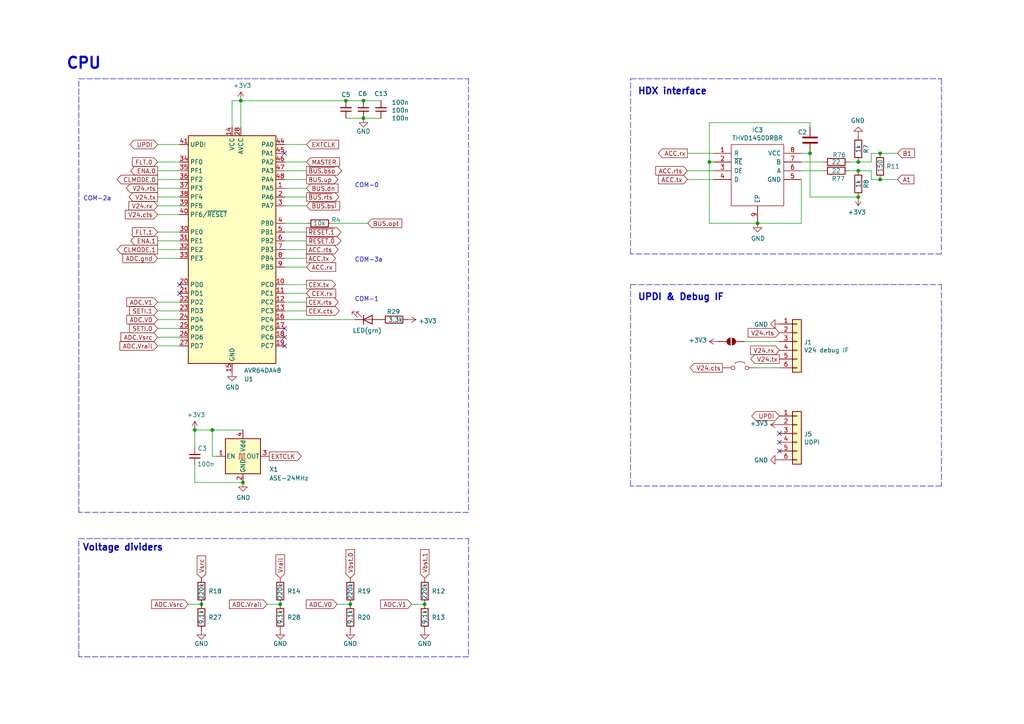
<source format=kicad_sch>
(kicad_sch (version 20250114) (generator "eeschema") (generator_version "9.0")
  (paper "A4")
  (title_block (title "RTB C11 Module") (date "2023-10-22") (rev "4") (company "Frank Schumacher") (comment 1 "Powerboard"))
  (lib_symbols
    (symbol "Connector_Generic:Conn_01x06" (pin_names (offset 1.016) (hide yes))
      (property "Reference" "J" (at 0 7.62 0))
      (property "Value" "Conn_01x06" (at 0 -10.16 0))
      (symbol "Conn_01x06_1_1"
        (rectangle (start -1.27 6.35) (end 1.27 -8.89) (stroke (width 0.254)) (fill (type background)))
        (rectangle (start -1.27 5.207) (end 0 4.953) (stroke (width 0.1524)))
        (rectangle (start -1.27 2.667) (end 0 2.413) (stroke (width 0.1524)))
        (rectangle (start -1.27 0.127) (end 0 -0.127) (stroke (width 0.1524)))
        (rectangle (start -1.27 -2.413) (end 0 -2.667) (stroke (width 0.1524)))
        (rectangle (start -1.27 -4.953) (end 0 -5.207) (stroke (width 0.1524)))
        (rectangle (start -1.27 -7.493) (end 0 -7.747) (stroke (width 0.1524)))
        (pin passive line (at -5.08 5.08 0) (length 3.81) (name "Pin_1") (number "1"))
        (pin passive line (at -5.08 2.54 0) (length 3.81) (name "Pin_2") (number "2"))
        (pin passive line (at -5.08 0 0) (length 3.81) (name "Pin_3") (number "3"))
        (pin passive line (at -5.08 -2.54 0) (length 3.81) (name "Pin_4") (number "4"))
        (pin passive line (at -5.08 -5.08 0) (length 3.81) (name "Pin_5") (number "5"))
        (pin passive line (at -5.08 -7.62 0) (length 3.81) (name "Pin_6") (number "6"))
      )
    )
    (symbol "Device:C" (pin_numbers (hide yes)) (pin_names (offset 0.254))
      (property "Reference" "C" (at 0.635 2.54 0))
      (property "Value" "C" (at 0.635 -2.54 0))
      (symbol "C_0_1"
        (polyline (pts (xy -2.032 0.762) (xy 2.032 0.762)) (stroke (width 0.508)))
        (polyline (pts (xy -2.032 -0.762) (xy 2.032 -0.762)) (stroke (width 0.508)))
      )
      (symbol "C_1_1"
        (pin passive line (at 0 3.81 270) (length 2.794) (name "~") (number "1"))
        (pin passive line (at 0 -3.81 90) (length 2.794) (name "~") (number "2"))
      )
    )
    (symbol "Device:C_Small" (pin_numbers (hide yes)) (pin_names (offset 0.254) (hide yes))
      (property "Reference" "C" (at 0.254 1.778 0))
      (property "Value" "C_Small" (at 0.254 -2.032 0))
      (symbol "C_Small_0_1"
        (polyline (pts (xy -1.524 0.508) (xy 1.524 0.508)) (stroke (width 0.3048)))
        (polyline (pts (xy -1.524 -0.508) (xy 1.524 -0.508)) (stroke (width 0.3302)))
      )
      (symbol "C_Small_1_1"
        (pin passive line (at 0 2.54 270) (length 2.032) (name "~") (number "1"))
        (pin passive line (at 0 -2.54 90) (length 2.032) (name "~") (number "2"))
      )
    )
    (symbol "Device:LED" (pin_numbers (hide yes)) (pin_names (offset 1.016) (hide yes))
      (property "Reference" "D" (at 0 2.54 0))
      (property "Value" "LED" (at 0 -2.54 0))
      (symbol "LED_0_1"
        (polyline (pts (xy -3.048 -0.762) (xy -4.572 -2.286) (xy -3.81 -2.286) (xy -4.572 -2.286) (xy -4.572 -1.524)))
        (polyline (pts (xy -1.778 -0.762) (xy -3.302 -2.286) (xy -2.54 -2.286) (xy -3.302 -2.286) (xy -3.302 -1.524)))
        (polyline (pts (xy -1.27 0) (xy 1.27 0)))
        (polyline (pts (xy -1.27 -1.27) (xy -1.27 1.27)) (stroke (width 0.254)))
        (polyline (pts (xy 1.27 -1.27) (xy 1.27 1.27) (xy -1.27 0) (xy 1.27 -1.27)) (stroke (width 0.254)))
      )
      (symbol "LED_1_1"
        (pin passive line (at -3.81 0 0) (length 2.54) (name "K") (number "1"))
        (pin passive line (at 3.81 0 180) (length 2.54) (name "A") (number "2"))
      )
    )
    (symbol "Device:R" (pin_numbers (hide yes)) (pin_names (offset 0))
      (property "Reference" "R" (at 2.032 0 90))
      (property "Value" "R" (at 0 0 90))
      (symbol "R_0_1"
        (rectangle (start -1.016 -2.54) (end 1.016 2.54) (stroke (width 0.254)))
      )
      (symbol "R_1_1"
        (pin passive line (at 0 3.81 270) (length 1.27) (name "~") (number "1"))
        (pin passive line (at 0 -3.81 90) (length 1.27) (name "~") (number "2"))
      )
    )
    (symbol "Jumper:Jumper_2_Open" (pin_numbers (hide yes)) (pin_names (offset 0) (hide yes))
      (property "Reference" "JP" (at 0 2.794 0))
      (property "Value" "Jumper_2_Open" (at 0 -2.286 0))
      (symbol "Jumper_2_Open_0_0"
        (circle (center -2.032 0) (radius 0.508))
        (circle (center 2.032 0) (radius 0.508))
      )
      (symbol "Jumper_2_Open_0_1"
        (arc (start -1.524 1.27) (mid 0 1.778) (end 1.524 1.27))
      )
      (symbol "Jumper_2_Open_1_1"
        (pin passive line (at -5.08 0 0) (length 2.54) (name "A") (number "1"))
        (pin passive line (at 5.08 0 180) (length 2.54) (name "B") (number "2"))
      )
    )
    (symbol "Jumper:SolderJumper_2_Open" (pin_numbers (hide yes)) (pin_names (offset 0) (hide yes)) (in_bom no)
      (property "Reference" "JP" (at 0 2.032 0))
      (property "Value" "SolderJumper_2_Open" (at 0 -2.54 0))
      (symbol "SolderJumper_2_Open_0_1"
        (polyline (pts (xy -0.254 1.016) (xy -0.254 -1.016)))
        (arc (start -0.254 -1.016) (mid -1.2656 0) (end -0.254 1.016))
        (arc (start -0.254 -1.016) (mid -1.2656 0) (end -0.254 1.016) (fill (type outline)))
        (arc (start 0.254 1.016) (mid 1.2656 0) (end 0.254 -1.016))
        (arc (start 0.254 1.016) (mid 1.2656 0) (end 0.254 -1.016) (fill (type outline)))
        (polyline (pts (xy 0.254 1.016) (xy 0.254 -1.016)))
      )
      (symbol "SolderJumper_2_Open_1_1"
        (pin passive line (at -3.81 0 0) (length 2.54) (name "A") (number "1"))
        (pin passive line (at 3.81 0 180) (length 2.54) (name "B") (number "2"))
      )
    )
    (symbol "MCU_Microchip_ATmega:ATmega4809-A"
      (property "Reference" "U" (at -12.7 34.29 0))
      (property "Value" "ATmega4809-A" (at 2.54 -34.29 0))
      (symbol "ATmega4809-A_0_1"
        (rectangle (start -12.7 -33.02) (end 12.7 33.02) (stroke (width 0.254)) (fill (type background)))
      )
      (symbol "ATmega4809-A_1_1"
        (pin bidirectional line (at -15.24 30.48 0) (length 2.54) (name "UPDI") (number "41"))
        (pin bidirectional line (at -15.24 25.4 0) (length 2.54) (name "PF0") (number "34"))
        (pin bidirectional line (at -15.24 22.86 0) (length 2.54) (name "PF1") (number "35"))
        (pin bidirectional line (at -15.24 20.32 0) (length 2.54) (name "PF2") (number "36"))
        (pin bidirectional line (at -15.24 17.78 0) (length 2.54) (name "PF3") (number "37"))
        (pin bidirectional line (at -15.24 15.24 0) (length 2.54) (name "PF4") (number "38"))
        (pin bidirectional line (at -15.24 12.7 0) (length 2.54) (name "PF5") (number "39"))
        (pin bidirectional line (at -15.24 10.16 0) (length 2.54) (name "PF6/~{RESET}") (number "40"))
        (pin bidirectional line (at -15.24 5.08 0) (length 2.54) (name "PE0") (number "30"))
        (pin bidirectional line (at -15.24 2.54 0) (length 2.54) (name "PE1") (number "31"))
        (pin bidirectional line (at -15.24 0 0) (length 2.54) (name "PE2") (number "32"))
        (pin bidirectional line (at -15.24 -2.54 0) (length 2.54) (name "PE3") (number "33"))
        (pin bidirectional line (at -15.24 -10.16 0) (length 2.54) (name "PD0") (number "20"))
        (pin bidirectional line (at -15.24 -12.7 0) (length 2.54) (name "PD1") (number "21"))
        (pin bidirectional line (at -15.24 -15.24 0) (length 2.54) (name "PD2") (number "22"))
        (pin bidirectional line (at -15.24 -17.78 0) (length 2.54) (name "PD3") (number "23"))
        (pin bidirectional line (at -15.24 -20.32 0) (length 2.54) (name "PD4") (number "24"))
        (pin bidirectional line (at -15.24 -22.86 0) (length 2.54) (name "PD5") (number "25"))
        (pin bidirectional line (at -15.24 -25.4 0) (length 2.54) (name "PD6") (number "26"))
        (pin bidirectional line (at -15.24 -27.94 0) (length 2.54) (name "PD7") (number "27"))
        (pin power_in line (at 0 35.56 270) (length 2.54) (name "VCC") (number "14"))
        (pin passive line (at 0 35.56 270) (length 2.54) (hide yes) (name "VCC") (number "42"))
        (pin power_in line (at 0 -35.56 90) (length 2.54) (name "GND") (number "15"))
        (pin passive line (at 0 -35.56 90) (length 2.54) (hide yes) (name "GND") (number "29"))
        (pin passive line (at 0 -35.56 90) (length 2.54) (hide yes) (name "GND") (number "43"))
        (pin power_in line (at 2.54 35.56 270) (length 2.54) (name "AVCC") (number "28"))
        (pin bidirectional line (at 15.24 30.48 180) (length 2.54) (name "PA0") (number "44"))
        (pin bidirectional line (at 15.24 27.94 180) (length 2.54) (name "PA1") (number "45"))
        (pin bidirectional line (at 15.24 25.4 180) (length 2.54) (name "PA2") (number "46"))
        (pin bidirectional line (at 15.24 22.86 180) (length 2.54) (name "PA3") (number "47"))
        (pin bidirectional line (at 15.24 20.32 180) (length 2.54) (name "PA4") (number "48"))
        (pin bidirectional line (at 15.24 17.78 180) (length 2.54) (name "PA5") (number "1"))
        (pin bidirectional line (at 15.24 15.24 180) (length 2.54) (name "PA6") (number "2"))
        (pin bidirectional line (at 15.24 12.7 180) (length 2.54) (name "PA7") (number "3"))
        (pin bidirectional line (at 15.24 7.62 180) (length 2.54) (name "PB0") (number "4"))
        (pin bidirectional line (at 15.24 5.08 180) (length 2.54) (name "PB1") (number "5"))
        (pin bidirectional line (at 15.24 2.54 180) (length 2.54) (name "PB2") (number "6"))
        (pin bidirectional line (at 15.24 0 180) (length 2.54) (name "PB3") (number "7"))
        (pin bidirectional line (at 15.24 -2.54 180) (length 2.54) (name "PB4") (number "8"))
        (pin bidirectional line (at 15.24 -5.08 180) (length 2.54) (name "PB5") (number "9"))
        (pin bidirectional line (at 15.24 -10.16 180) (length 2.54) (name "PC0") (number "10"))
        (pin bidirectional line (at 15.24 -12.7 180) (length 2.54) (name "PC1") (number "11"))
        (pin bidirectional line (at 15.24 -15.24 180) (length 2.54) (name "PC2") (number "12"))
        (pin bidirectional line (at 15.24 -17.78 180) (length 2.54) (name "PC3") (number "13"))
        (pin bidirectional line (at 15.24 -20.32 180) (length 2.54) (name "PC4") (number "16"))
        (pin bidirectional line (at 15.24 -22.86 180) (length 2.54) (name "PC5") (number "17"))
        (pin bidirectional line (at 15.24 -25.4 180) (length 2.54) (name "PC6") (number "18"))
        (pin bidirectional line (at 15.24 -27.94 180) (length 2.54) (name "PC7") (number "19"))
      )
    )
    (symbol "Oscillator:ASE-xxxMHz" (pin_names (offset 0.254))
      (property "Reference" "Y" (at -5.08 6.35 0))
      (property "Value" "ASE-xxxMHz" (at 1.27 -6.35 0))
      (symbol "ASE-xxxMHz_0_1"
        (rectangle (start -5.08 5.08) (end 5.08 -5.08) (stroke (width 0.254)) (fill (type background)))
        (polyline (pts (xy -1.27 -0.762) (xy -1.016 -0.762) (xy -1.016 0.762) (xy -0.508 0.762) (xy -0.508 -0.762) (xy 0 -0.762) (xy 0 0.762) (xy 0.508 0.762) (xy 0.508 -0.762) (xy 0.762 -0.762)))
      )
      (symbol "ASE-xxxMHz_1_1"
        (pin input line (at -7.62 0 0) (length 2.54) (name "EN") (number "1"))
        (pin power_in line (at 0 7.62 270) (length 2.54) (name "Vdd") (number "4"))
        (pin power_in line (at 0 -7.62 90) (length 2.54) (name "GND") (number "2"))
        (pin output line (at 7.62 0 180) (length 2.54) (name "OUT") (number "3"))
      )
    )
    (symbol "RTB:THVD1450DRBR" (pin_names (offset 0.762))
      (property "Reference" "IC" (at 21.59 7.62 0))
      (property "Value" "THVD1450DRBR" (at 21.59 5.08 0))
      (symbol "THVD1450DRBR_0_0"
        (pin passive line (at 0 0 0) (length 5.08) (name "R") (number "1"))
        (pin passive line (at 0 -2.54 0) (length 5.08) (name "~{RE}") (number "2"))
        (pin passive line (at 0 -5.08 0) (length 5.08) (name "DE") (number "3"))
        (pin passive line (at 0 -7.62 0) (length 5.08) (name "D") (number "4"))
        (pin passive line (at 12.7 -20.32 90) (length 5.08) (name "EP") (number "9"))
        (pin passive line (at 25.4 0 180) (length 5.08) (name "VCC") (number "8"))
        (pin passive line (at 25.4 -2.54 180) (length 5.08) (name "B") (number "7"))
        (pin passive line (at 25.4 -5.08 180) (length 5.08) (name "A") (number "6"))
        (pin passive line (at 25.4 -7.62 180) (length 5.08) (name "GND") (number "5"))
      )
      (symbol "THVD1450DRBR_0_1"
        (polyline (pts (xy 5.08 2.54) (xy 20.32 2.54) (xy 20.32 -15.24) (xy 5.08 -15.24) (xy 5.08 2.54)) (stroke (width 0.1524)))
      )
    )
    (symbol "power:+3V3" (power) (pin_numbers (hide yes)) (pin_names (offset 0) (hide yes))
      (property "Value" "+3V3" (at 0 3.556 0))
      (symbol "+3V3_0_1"
        (polyline (pts (xy -0.762 1.27) (xy 0 2.54)))
        (polyline (pts (xy 0 2.54) (xy 0.762 1.27)))
        (polyline (pts (xy 0 0) (xy 0 2.54)))
      )
      (symbol "+3V3_1_1"
        (pin power_in line (at 0 0 90) (length 0) (name "~") (number "1"))
      )
    )
    (symbol "power:GND" (power) (pin_numbers (hide yes)) (pin_names (offset 0) (hide yes))
      (property "Value" "GND" (at 0 -3.81 0))
      (symbol "GND_0_1"
        (polyline (pts (xy 0 0) (xy 0 -1.27) (xy 1.27 -1.27) (xy 0 -2.54) (xy -1.27 -1.27) (xy 0 -1.27)))
      )
      (symbol "GND_1_1"
        (pin power_in line (at 0 0 270) (length 0) (name "~") (number "1"))
      )
    )
  )
  (text "UPDI & Debug IF" (at 184.912 87.376 0) (effects (font (size 1.905 1.905) (thickness 0.381) (bold yes)) (justify left bottom)))
  (text "Voltage dividers" (at 23.876 160.02 0) (effects (font (size 1.905 1.905) (thickness 0.381) (bold yes)) (justify left bottom)))
  (text "COM-2a" (at 24.13 58.42 0) (effects (font (size 1.27 1.27)) (justify left bottom)))
  (text "COM-1" (at 102.87 87.63 0) (effects (font (size 1.27 1.27)) (justify left bottom)))
  (text "HDX interface" (at 184.912 27.686 0) (effects (font (size 1.905 1.905) (thickness 0.381) (bold yes)) (justify left bottom)))
  (text "CPU" (at 19.05 20.32 0) (effects (font (size 3.175 3.175) (thickness 0.635) (bold yes)) (justify left bottom)))
  (text "COM-0" (at 102.87 54.61 0) (effects (font (size 1.27 1.27)) (justify left bottom)))
  (text "COM-3a" (at 102.87 76.2 0) (effects (font (size 1.27 1.27)) (justify left bottom)))
  (junction (at 248.92 46.99))
  (junction (at 248.92 49.53))
  (junction (at 105.41 29.21))
  (junction (at 61.5696 124.714))
  (junction (at 255.27 52.07))
  (junction (at 205.74 46.99))
  (junction (at 105.41 34.29))
  (junction (at 56.4896 124.714))
  (junction (at 248.92 57.15))
  (junction (at 255.27 44.45))
  (junction (at 219.71 64.77))
  (junction (at 81.28 175.26))
  (junction (at 69.85 29.21))
  (junction (at 123.19 175.26))
  (junction (at 58.42 175.26))
  (junction (at 101.6 175.26))
  (junction (at 70.4596 139.954))
  (junction (at 100.33 29.21))
  (junction (at 234.95 44.45))
  (no_connect (at 82.55 95.25))
  (no_connect (at 226.06 128.27))
  (no_connect (at 226.06 125.73))
  (no_connect (at 82.55 44.45))
  (no_connect (at 52.07 85.09))
  (no_connect (at 82.55 100.33))
  (no_connect (at 52.07 82.55))
  (no_connect (at 82.55 97.79))
  (no_connect (at 226.06 130.81))
  (wire (pts (xy 82.55 67.31) (xy 88.9 67.31)))
  (polyline (pts (xy 273.05 82.55) (xy 273.05 140.97)) (stroke (width 0) (type dash)))
  (wire (pts (xy 82.55 57.15) (xy 88.9 57.15)))
  (wire (pts (xy 67.31 29.21) (xy 67.31 36.83)))
  (wire (pts (xy 69.85 29.21) (xy 100.33 29.21)))
  (wire (pts (xy 45.72 49.53) (xy 52.07 49.53)))
  (wire (pts (xy 82.55 82.55) (xy 88.9 82.55)))
  (wire (pts (xy 199.39 52.07) (xy 207.01 52.07)))
  (wire (pts (xy 56.4896 134.874) (xy 56.4896 139.954)))
  (wire (pts (xy 234.95 35.56) (xy 234.95 36.83)))
  (wire (pts (xy 52.07 97.79) (xy 45.72 97.79)))
  (wire (pts (xy 252.73 46.99) (xy 252.73 44.45)))
  (wire (pts (xy 205.74 35.56) (xy 234.95 35.56)))
  (polyline (pts (xy 182.88 22.86) (xy 273.05 22.86)) (stroke (width 0) (type dash)))
  (wire (pts (xy 207.01 46.99) (xy 205.74 46.99)))
  (polyline (pts (xy 273.05 73.66) (xy 182.88 73.66)) (stroke (width 0) (type dash)))
  (polyline (pts (xy 22.86 156.21) (xy 135.89 156.21)) (stroke (width 0) (type dash)))
  (wire (pts (xy 82.55 72.39) (xy 88.9 72.39)))
  (wire (pts (xy 199.39 49.53) (xy 207.01 49.53)))
  (wire (pts (xy 252.73 49.53) (xy 252.73 52.07)))
  (wire (pts (xy 255.27 44.45) (xy 260.35 44.45)))
  (wire (pts (xy 52.07 92.71) (xy 45.72 92.71)))
  (wire (pts (xy 252.73 52.07) (xy 255.27 52.07)))
  (wire (pts (xy 62.8396 132.334) (xy 61.5696 132.334)))
  (wire (pts (xy 88.9 46.99) (xy 82.55 46.99)))
  (polyline (pts (xy 22.86 22.86) (xy 135.89 22.86)) (stroke (width 0) (type dash)))
  (wire (pts (xy 105.41 34.29) (xy 110.49 34.29)))
  (wire (pts (xy 61.5696 124.714) (xy 70.4596 124.714)))
  (wire (pts (xy 255.27 52.07) (xy 260.35 52.07)))
  (wire (pts (xy 106.68 64.77) (xy 96.52 64.77)))
  (wire (pts (xy 82.55 87.63) (xy 88.9 87.63)))
  (wire (pts (xy 232.41 49.53) (xy 238.76 49.53)))
  (polyline (pts (xy 135.89 156.21) (xy 135.89 190.5)) (stroke (width 0) (type dash)))
  (wire (pts (xy 82.55 90.17) (xy 88.9 90.17)))
  (wire (pts (xy 82.55 54.61) (xy 88.9 54.61)))
  (wire (pts (xy 67.31 29.21) (xy 69.85 29.21)))
  (wire (pts (xy 52.07 95.25) (xy 45.72 95.25)))
  (wire (pts (xy 61.5696 132.334) (xy 61.5696 124.714)))
  (wire (pts (xy 82.55 92.71) (xy 102.87 92.71)))
  (polyline (pts (xy 182.88 73.66) (xy 182.88 22.86)) (stroke (width 0) (type dash)))
  (wire (pts (xy 252.73 44.45) (xy 255.27 44.45)))
  (wire (pts (xy 219.71 64.77) (xy 232.41 64.77)))
  (wire (pts (xy 52.07 67.31) (xy 45.72 67.31)))
  (wire (pts (xy 58.42 175.26) (xy 54.61 175.26)))
  (wire (pts (xy 82.55 69.85) (xy 88.9 69.85)))
  (wire (pts (xy 100.33 34.29) (xy 105.41 34.29)))
  (wire (pts (xy 82.55 59.69) (xy 88.9 59.69)))
  (polyline (pts (xy 182.88 140.97) (xy 182.88 82.55)) (stroke (width 0) (type dash)))
  (wire (pts (xy 56.4896 129.794) (xy 56.4896 124.714)))
  (wire (pts (xy 52.07 72.39) (xy 45.72 72.39)))
  (wire (pts (xy 88.9 49.53) (xy 82.55 49.53)))
  (wire (pts (xy 52.07 90.17) (xy 45.72 90.17)))
  (wire (pts (xy 232.41 44.45) (xy 234.95 44.45)))
  (polyline (pts (xy 135.89 190.5) (xy 22.86 190.5)) (stroke (width 0) (type dash)))
  (wire (pts (xy 234.95 44.45) (xy 234.95 57.15)))
  (wire (pts (xy 52.07 57.15) (xy 45.72 57.15)))
  (wire (pts (xy 246.38 46.99) (xy 248.92 46.99)))
  (wire (pts (xy 52.07 41.91) (xy 45.72 41.91)))
  (wire (pts (xy 234.95 57.15) (xy 248.92 57.15)))
  (wire (pts (xy 232.41 64.77) (xy 232.41 52.07)))
  (wire (pts (xy 101.6 175.26) (xy 97.79 175.26)))
  (wire (pts (xy 205.74 64.77) (xy 219.71 64.77)))
  (wire (pts (xy 82.55 74.93) (xy 88.9 74.93)))
  (wire (pts (xy 52.07 69.85) (xy 45.72 69.85)))
  (polyline (pts (xy 135.89 148.59) (xy 22.86 148.59)) (stroke (width 0) (type dash)))
  (polyline (pts (xy 22.86 148.59) (xy 22.86 22.86)) (stroke (width 0) (type dash)))
  (wire (pts (xy 56.4896 139.954) (xy 70.4596 139.954)))
  (wire (pts (xy 52.07 54.61) (xy 45.72 54.61)))
  (wire (pts (xy 81.28 175.26) (xy 77.47 175.26)))
  (wire (pts (xy 45.72 74.93) (xy 52.07 74.93)))
  (wire (pts (xy 52.07 87.63) (xy 45.72 87.63)))
  (wire (pts (xy 56.4896 124.714) (xy 61.5696 124.714)))
  (wire (pts (xy 82.55 41.91) (xy 88.9 41.91)))
  (wire (pts (xy 82.55 77.47) (xy 88.9 77.47)))
  (wire (pts (xy 52.07 100.33) (xy 45.72 100.33)))
  (wire (pts (xy 82.55 85.09) (xy 88.9 85.09)))
  (wire (pts (xy 205.74 46.99) (xy 205.74 64.77)))
  (wire (pts (xy 82.55 64.77) (xy 88.9 64.77)))
  (wire (pts (xy 52.07 62.23) (xy 45.72 62.23)))
  (wire (pts (xy 100.33 29.21) (xy 105.41 29.21)))
  (wire (pts (xy 226.06 99.06) (xy 215.9 99.06)))
  (wire (pts (xy 248.92 49.53) (xy 252.73 49.53)))
  (wire (pts (xy 248.92 46.99) (xy 252.73 46.99)))
  (wire (pts (xy 69.85 29.21) (xy 69.85 36.83)))
  (wire (pts (xy 52.07 59.69) (xy 45.72 59.69)))
  (wire (pts (xy 82.55 52.07) (xy 88.9 52.07)))
  (wire (pts (xy 199.39 44.45) (xy 207.01 44.45)))
  (wire (pts (xy 205.74 35.56) (xy 205.74 46.99)))
  (wire (pts (xy 105.41 29.21) (xy 110.49 29.21)))
  (polyline (pts (xy 135.89 22.86) (xy 135.89 148.59)) (stroke (width 0) (type dash)))
  (polyline (pts (xy 22.86 190.5) (xy 22.86 156.21)) (stroke (width 0) (type dash)))
  (wire (pts (xy 45.72 52.07) (xy 52.07 52.07)))
  (polyline (pts (xy 182.88 82.55) (xy 273.05 82.55)) (stroke (width 0) (type dash)))
  (polyline (pts (xy 273.05 22.86) (xy 273.05 73.66)) (stroke (width 0) (type dash)))
  (polyline (pts (xy 273.05 140.97) (xy 182.88 140.97)) (stroke (width 0) (type dash)))
  (wire (pts (xy 232.41 46.99) (xy 238.76 46.99)))
  (wire (pts (xy 246.38 49.53) (xy 248.92 49.53)))
  (wire (pts (xy 123.19 175.26) (xy 119.38 175.26)))
  (wire (pts (xy 219.71 106.68) (xy 226.06 106.68)))
  (wire (pts (xy 45.72 46.99) (xy 52.07 46.99)))
  (global_label "V24.cts" (shape output) (at 209.55 106.68 180) (property "Intersheetrefs" "${INTERSHEET_REFS}" (effects (hide yes))))
  (global_label "ACC.rts" (shape output) (at 88.9 72.39 0) (property "Intersheetrefs" "${INTERSHEET_REFS}" (effects (hide yes))))
  (global_label "ADC.Vrail" (shape input) (at 45.72 100.33 180) (property "Intersheetrefs" "${INTERSHEET_REFS}" (effects (hide yes))))
  (global_label "V24.cts" (shape input) (at 45.72 62.23 180) (property "Intersheetrefs" "${INTERSHEET_REFS}" (effects (hide yes))))
  (global_label "ADC.V1" (shape input) (at 119.38 175.26 180) (property "Intersheetrefs" "${INTERSHEET_REFS}" (effects (hide yes))))
  (global_label "V24.tx" (shape output) (at 45.72 57.15 180) (property "Intersheetrefs" "${INTERSHEET_REFS}" (effects (hide yes))))
  (global_label "ADC.V0" (shape input) (at 97.79 175.26 180) (property "Intersheetrefs" "${INTERSHEET_REFS}" (effects (hide yes))))
  (global_label "V24.rx" (shape input) (at 226.06 101.6 180) (property "Intersheetrefs" "${INTERSHEET_REFS}" (effects (hide yes))))
  (global_label "ACC.rts" (shape input) (at 199.39 49.53 180) (property "Intersheetrefs" "${INTERSHEET_REFS}" (effects (hide yes))))
  (global_label "ACC.rx" (shape input) (at 88.9 77.47 0) (property "Intersheetrefs" "${INTERSHEET_REFS}" (effects (hide yes))))
  (global_label "ADC.Vrail" (shape input) (at 77.47 175.26 180) (property "Intersheetrefs" "${INTERSHEET_REFS}" (effects (hide yes))))
  (global_label "ACC.tx" (shape input) (at 199.39 52.07 180) (property "Intersheetrefs" "${INTERSHEET_REFS}" (effects (hide yes))))
  (global_label "V24.rx" (shape input) (at 45.72 59.69 180) (property "Intersheetrefs" "${INTERSHEET_REFS}" (effects (hide yes))))
  (global_label "EXTCLK" (shape output) (at 78.0796 132.334 0) (property "Intersheetrefs" "${INTERSHEET_REFS}" (effects (hide yes))))
  (global_label "V24.rts" (shape output) (at 45.72 54.61 180) (property "Intersheetrefs" "${INTERSHEET_REFS}" (effects (hide yes))))
  (global_label "ACC.rx" (shape output) (at 199.39 44.45 180) (property "Intersheetrefs" "${INTERSHEET_REFS}" (effects (hide yes))))
  (global_label "BUS.dn" (shape input) (at 88.9 54.61 0) (property "Intersheetrefs" "${INTERSHEET_REFS}" (effects (hide yes))))
  (global_label "Vbst.1" (shape input) (at 123.19 167.64 90) (property "Intersheetrefs" "${INTERSHEET_REFS}" (effects (hide yes))))
  (global_label "Vrail" (shape input) (at 81.28 167.64 90) (property "Intersheetrefs" "${INTERSHEET_REFS}" (effects (hide yes))))
  (global_label "MASTER" (shape input) (at 88.9 46.99 0) (property "Intersheetrefs" "${INTERSHEET_REFS}" (effects (hide yes))))
  (global_label "ENA.0" (shape output) (at 45.72 49.53 180) (property "Intersheetrefs" "${INTERSHEET_REFS}" (effects (hide yes))))
  (global_label "~{BUS.rts}" (shape output) (at 88.9 57.15 0) (property "Intersheetrefs" "${INTERSHEET_REFS}" (effects (hide yes))))
  (global_label "BUS.up" (shape output) (at 88.9 52.07 0) (property "Intersheetrefs" "${INTERSHEET_REFS}" (effects (hide yes))))
  (global_label "ACC.tx" (shape output) (at 88.9 74.93 0) (property "Intersheetrefs" "${INTERSHEET_REFS}" (effects (hide yes))))
  (global_label "FLT.0" (shape input) (at 45.72 46.99 180) (property "Intersheetrefs" "${INTERSHEET_REFS}" (effects (hide yes))))
  (global_label "A1" (shape input) (at 260.35 52.07 0) (property "Intersheetrefs" "${INTERSHEET_REFS}" (effects (hide yes))))
  (global_label "ADC.gnd" (shape input) (at 45.72 74.93 180) (property "Intersheetrefs" "${INTERSHEET_REFS}" (effects (hide yes))))
  (global_label "UPDI" (shape bidirectional) (at 45.72 41.91 180) (property "Intersheetrefs" "${INTERSHEET_REFS}" (effects (hide yes))))
  (global_label "ADC.Vsrc" (shape input) (at 45.72 97.79 180) (property "Intersheetrefs" "${INTERSHEET_REFS}" (effects (hide yes))))
  (global_label "~{BUS.bsi}" (shape input) (at 88.9 59.69 0) (property "Intersheetrefs" "${INTERSHEET_REFS}" (effects (hide yes))))
  (global_label "CEX.rx" (shape input) (at 88.9 85.09 0) (property "Intersheetrefs" "${INTERSHEET_REFS}" (effects (hide yes))))
  (global_label "~{BUS.bso}" (shape output) (at 88.9 49.53 0) (property "Intersheetrefs" "${INTERSHEET_REFS}" (effects (hide yes))))
  (global_label "CEX.cts" (shape output) (at 88.9 90.17 0) (property "Intersheetrefs" "${INTERSHEET_REFS}" (effects (hide yes))))
  (global_label "Vbst.0" (shape input) (at 101.6 167.64 90) (property "Intersheetrefs" "${INTERSHEET_REFS}" (effects (hide yes))))
  (global_label "BUS.opt" (shape input) (at 106.68 64.77 0) (property "Intersheetrefs" "${INTERSHEET_REFS}" (effects (hide yes))))
  (global_label "CLMODE.0" (shape output) (at 45.72 52.07 180) (property "Intersheetrefs" "${INTERSHEET_REFS}" (effects (hide yes))))
  (global_label "V24.rts" (shape input) (at 226.06 96.52 180) (property "Intersheetrefs" "${INTERSHEET_REFS}" (effects (hide yes))))
  (global_label "CEX.tx" (shape output) (at 88.9 82.55 0) (property "Intersheetrefs" "${INTERSHEET_REFS}" (effects (hide yes))))
  (global_label "~{RESET.0}" (shape output) (at 88.9 69.85 0) (property "Intersheetrefs" "${INTERSHEET_REFS}" (effects (hide yes))))
  (global_label "Vsrc" (shape input) (at 58.42 167.64 90) (property "Intersheetrefs" "${INTERSHEET_REFS}" (effects (hide yes))))
  (global_label "ADC.V1" (shape input) (at 45.72 87.63 180) (property "Intersheetrefs" "${INTERSHEET_REFS}" (effects (hide yes))))
  (global_label "~{RESET.1}" (shape output) (at 88.9 67.31 0) (property "Intersheetrefs" "${INTERSHEET_REFS}" (effects (hide yes))))
  (global_label "CEX.rts" (shape output) (at 88.9 87.63 0) (property "Intersheetrefs" "${INTERSHEET_REFS}" (effects (hide yes))))
  (global_label "ADC.Vsrc" (shape input) (at 54.61 175.26 180) (property "Intersheetrefs" "${INTERSHEET_REFS}" (effects (hide yes))))
  (global_label "CLMODE.1" (shape output) (at 45.72 72.39 180) (property "Intersheetrefs" "${INTERSHEET_REFS}" (effects (hide yes))))
  (global_label "SETI.1" (shape input) (at 45.72 90.17 180) (property "Intersheetrefs" "${INTERSHEET_REFS}" (effects (hide yes))))
  (global_label "EXTCLK" (shape input) (at 88.9 41.91 0) (property "Intersheetrefs" "${INTERSHEET_REFS}" (effects (hide yes))))
  (global_label "B1" (shape input) (at 260.35 44.45 0) (property "Intersheetrefs" "${INTERSHEET_REFS}" (effects (hide yes))))
  (global_label "ADC.V0" (shape input) (at 45.72 92.71 180) (property "Intersheetrefs" "${INTERSHEET_REFS}" (effects (hide yes))))
  (global_label "ENA.1" (shape output) (at 45.72 69.85 180) (property "Intersheetrefs" "${INTERSHEET_REFS}" (effects (hide yes))))
  (global_label "UPDI" (shape bidirectional) (at 226.06 120.65 180) (property "Intersheetrefs" "${INTERSHEET_REFS}" (effects (hide yes))))
  (global_label "FLT.1" (shape input) (at 45.72 67.31 180) (property "Intersheetrefs" "${INTERSHEET_REFS}" (effects (hide yes))))
  (global_label "SETI.0" (shape input) (at 45.72 95.25 180) (property "Intersheetrefs" "${INTERSHEET_REFS}" (effects (hide yes))))
  (global_label "V24.tx" (shape output) (at 226.06 104.14 180) (property "Intersheetrefs" "${INTERSHEET_REFS}" (effects (hide yes))))
  (symbol (lib_id "RTB:THVD1450DRBR") (at 207.01 44.45 0) (unit 1)
    (property "Reference" "IC3" (at 219.71 37.719 0))
    (property "Value" "THVD1450DRBR" (at 219.71 40.0304 0))
    (property "Footprint" "RTB:SON65P300X300X100-9N-D" (effects (hide yes)))
    (property "Datasheet" "https://www.arrow.com/en/products/thvd1450drbr/texas-instruments" (effects (hide yes)))
    (property "Description" "RS-422/RS-485 Interface IC A 595-THVD1450DRBT" (effects (hide yes)))
    (property "LCSC Part #" "C1850226" (effects (hide yes)))
  )
  (symbol (lib_id "Device:R") (at 58.42 171.45 0) (unit 1)
    (property "Reference" "R18" (at 60.452 171.45 0) (effects (justify left)))
    (property "Value" "220k" (at 58.42 173.99 90) (effects (justify left)))
    (property "Footprint" "Resistor_SMD:R_0603_1608Metric" (effects (hide yes)))
    (property "Description" "-55℃~+155℃ 100mW 220kΩ 75V Thick Film Resistor ±1% ±100ppm/℃ 0603 Chip Resistor - Surface Mount ROHS" (effects (hide yes)))
    (property "LCSC Part #" "C22961" (effects (hide yes)))
  )
  (symbol (lib_id "Device:R") (at 58.42 179.07 0) (unit 1)
    (property "Reference" "R27" (at 60.452 179.07 0) (effects (justify left)))
    (property "Value" "9.1k" (at 58.42 181.102 90) (effects (justify left)))
    (property "Footprint" "Resistor_SMD:R_0603_1608Metric" (effects (hide yes)))
    (property "Description" "-55℃~+155℃ 100mW 75V 9.1kΩ Thick Film Resistor ±1% ±100ppm/℃ 0603 Chip Resistor - Surface Mount ROHS" (effects (hide yes)))
    (property "LCSC Part #" "C23260" (effects (hide yes)))
  )
  (symbol (lib_id "power:GND") (at 58.42 182.88 0) (unit 1)
    (property "Reference" "#PWR019" (effects (hide yes)))
    (property "Value" "GND" (at 58.42 186.69 0))
  )
  (symbol (lib_id "Jumper:SolderJumper_2_Open") (at 212.09 99.06 180) (unit 1) (in_bom no)
    (property "Reference" "JP1" (effects (hide yes)))
    (property "Value" "SolderJumper_2_Open" (effects (hide yes)))
    (property "Footprint" "Jumper:SolderJumper-2_P1.3mm_Open_RoundedPad1.0x1.5mm" (effects (hide yes)))
  )
  (symbol (lib_id "Connector_Generic:Conn_01x06") (at 231.14 99.06 0) (unit 1) (in_bom no)
    (property "Reference" "J1" (at 233.172 99.2632 0) (effects (justify left)))
    (property "Value" "V24 debug IF" (at 233.172 101.5746 0) (effects (justify left)))
    (property "Footprint" "Connector_PinHeader_2.54mm:PinHeader_1x06_P2.54mm_Horizontal" (effects (hide yes)))
  )
  (symbol (lib_id "power:GND") (at 226.06 93.98 270) (unit 1)
    (property "Reference" "#PWR020" (effects (hide yes)))
    (property "Value" "GND" (at 222.8088 94.107 90) (effects (justify right)))
  )
  (symbol (lib_id "MCU_Microchip_ATmega:ATmega4809-A") (at 67.31 72.39 0) (unit 1)
    (property "Reference" "U1" (at 72.136 109.982 0))
    (property "Value" "AVR64DA48" (at 76.2 107.442 0))
    (property "Footprint" "Package_DFN_QFN:QFN-48-1EP_6x6mm_P0.4mm_EP4.2x4.2mm" (effects (hide yes)))
    (property "Datasheet" "http://ww1.microchip.com/downloads/en/DeviceDoc/40002017A.pdf" (effects (hide yes)))
    (property "Description" "1.8V~5.5V 10bit 12bit 24MHz 41 64KB AVR VQFN-48(6x6) Microcontrollers (MCU/MPU/SOC) ROHS" (effects (hide yes)))
    (property "LCSC Part #" "C3227406" (effects (hide yes)))
  )
  (symbol (lib_id "Device:R") (at 101.6 171.45 0) (unit 1)
    (property "Reference" "R19" (at 103.632 171.45 0) (effects (justify left)))
    (property "Value" "220k" (at 101.6 173.99 90) (effects (justify left)))
    (property "Footprint" "Resistor_SMD:R_0603_1608Metric" (effects (hide yes)))
    (property "Description" "-55℃~+155℃ 100mW 220kΩ 75V Thick Film Resistor ±1% ±100ppm/℃ 0603 Chip Resistor - Surface Mount ROHS" (effects (hide yes)))
    (property "LCSC Part #" "C22961" (effects (hide yes)))
  )
  (symbol (lib_id "Device:R") (at 101.6 179.07 0) (unit 1)
    (property "Reference" "R20" (at 103.632 179.07 0) (effects (justify left)))
    (property "Value" "9.1k" (at 101.6 181.102 90) (effects (justify left)))
    (property "Footprint" "Resistor_SMD:R_0603_1608Metric" (effects (hide yes)))
    (property "Description" "-55℃~+155℃ 100mW 75V 9.1kΩ Thick Film Resistor ±1% ±100ppm/℃ 0603 Chip Resistor - Surface Mount ROHS" (effects (hide yes)))
    (property "LCSC Part #" "C23260" (effects (hide yes)))
  )
  (symbol (lib_id "power:GND") (at 101.6 182.88 0) (unit 1)
    (property "Reference" "#PWR0113" (effects (hide yes)))
    (property "Value" "GND" (at 101.6 186.69 0))
  )
  (symbol (lib_id "Device:C") (at 234.95 40.64 0) (unit 1)
    (property "Reference" "C2" (at 231.394 38.354 0) (effects (justify left)))
    (property "Value" "2.2u/50V" (effects (hide yes)))
    (property "Footprint" "Capacitor_SMD:C_1206_3216Metric" (effects (hide yes)))
    (property "Description" "2.2uF 50V X7R ±10% 1206 Multilayer Ceramic Capacitors MLCC - SMD/SMT ROHS" (effects (hide yes)))
    (property "LCSC Part #" "C50254" (effects (hide yes)))
  )
  (symbol (lib_id "Device:R") (at 255.27 48.26 0) (unit 1)
    (property "Reference" "R11" (at 257.048 48.26 0) (effects (justify left)))
    (property "Value" "150" (at 255.27 50.038 90) (effects (justify left)))
    (property "Footprint" "Resistor_SMD:R_1206_3216Metric" (effects (hide yes)))
    (property "Description" "-55℃~+155℃ 150Ω 200V 250mW Thick Film Resistor ±1% ±100ppm/℃ 1206 Chip Resistor - Surface Mount ROHS" (effects (hide yes)))
    (property "LCSC Part #" "C17917" (effects (hide yes)))
  )
  (symbol (lib_id "Device:R") (at 248.92 43.18 0) (unit 1)
    (property "Reference" "R7" (at 251.206 43.18 90))
    (property "Value" "1k" (at 248.92 43.18 90))
    (property "Footprint" "Resistor_SMD:R_0603_1608Metric" (effects (hide yes)))
    (property "Description" "-55℃~+155℃ 100mW 1kΩ 75V Thick Film Resistor ±1% ±100ppm/℃ 0603 Chip Resistor - Surface Mount ROHS" (effects (hide yes)))
    (property "LCSC Part #" "C21190" (effects (hide yes)))
  )
  (symbol (lib_id "Device:R") (at 248.92 53.34 180) (unit 1)
    (property "Reference" "R8" (at 251.206 53.34 90))
    (property "Value" "1k" (at 248.92 53.34 90))
    (property "Footprint" "Resistor_SMD:R_0603_1608Metric" (effects (hide yes)))
    (property "Description" "-55℃~+155℃ 100mW 1kΩ 75V Thick Film Resistor ±1% ±100ppm/℃ 0603 Chip Resistor - Surface Mount ROHS" (effects (hide yes)))
    (property "LCSC Part #" "C21190" (effects (hide yes)))
  )
  (symbol (lib_id "Device:C_Small") (at 105.41 31.75 180) (unit 1)
    (property "Reference" "C6" (at 105.156 27.178 0))
    (property "Value" "100n" (at 116.078 32.004 0))
    (property "Footprint" "Capacitor_SMD:C_0603_1608Metric" (effects (hide yes)))
    (property "Description" "100nF 50V X7R ±10% 0603 Multilayer Ceramic Capacitors MLCC - SMD/SMT ROHS" (effects (hide yes)))
    (property "LCSC Part #" "C14663" (effects (hide yes)))
  )
  (symbol (lib_id "Device:C_Small") (at 100.33 31.75 180) (unit 1)
    (property "Reference" "C5" (at 100.33 27.432 0))
    (property "Value" "100n" (at 116.078 29.718 0))
    (property "Footprint" "Capacitor_SMD:C_0603_1608Metric" (effects (hide yes)))
    (property "Description" "100nF 50V X7R ±10% 0603 Multilayer Ceramic Capacitors MLCC - SMD/SMT ROHS" (effects (hide yes)))
    (property "LCSC Part #" "C14663" (effects (hide yes)))
  )
  (symbol (lib_id "power:GND") (at 105.41 34.29 0) (unit 1)
    (property "Reference" "#PWR06" (effects (hide yes)))
    (property "Value" "GND" (at 105.41 38.1 0))
  )
  (symbol (lib_id "power:GND") (at 67.31 107.95 0) (unit 1)
    (property "Reference" "#PWR05" (effects (hide yes)))
    (property "Value" "GND" (at 67.437 112.3442 0))
  )
  (symbol (lib_id "Connector_Generic:Conn_01x06") (at 231.14 125.73 0) (unit 1) (in_bom no)
    (property "Reference" "J5" (at 233.172 125.9332 0) (effects (justify left)))
    (property "Value" "UDPI" (at 233.172 128.2446 0) (effects (justify left)))
    (property "Footprint" "Connector_PinHeader_1.27mm:PinHeader_2x03_P1.27mm_Vertical" (effects (hide yes)))
  )
  (symbol (lib_id "Device:C_Small") (at 56.4896 132.334 180) (unit 1)
    (property "Reference" "C3" (at 58.674 130.048 0))
    (property "Value" "100n" (at 59.69 134.62 0))
    (property "Footprint" "Capacitor_SMD:C_0603_1608Metric" (effects (hide yes)))
    (property "Description" "100nF 50V X7R ±10% 0603 Multilayer Ceramic Capacitors MLCC - SMD/SMT ROHS" (effects (hide yes)))
    (property "LCSC Part #" "C14663" (effects (hide yes)))
  )
  (symbol (lib_id "power:GND") (at 226.06 133.35 270) (unit 1)
    (property "Reference" "#PWR014" (effects (hide yes)))
    (property "Value" "GND" (at 222.8088 133.477 90) (effects (justify right)))
  )
  (symbol (lib_id "power:GND") (at 219.71 64.77 0) (unit 1)
    (property "Reference" "#PWR0101" (effects (hide yes)))
    (property "Value" "GND" (at 219.837 69.1642 0))
  )
  (symbol (lib_id "power:GND") (at 248.92 39.37 180) (unit 1)
    (property "Reference" "#PWR0103" (effects (hide yes)))
    (property "Value" "GND" (at 248.793 34.9758 0))
  )
  (symbol (lib_id "power:+3V3") (at 248.92 57.15 180) (unit 1)
    (property "Reference" "#PWR0107" (effects (hide yes)))
    (property "Value" "+3V3" (at 248.539 61.5442 0))
  )
  (symbol (lib_id "power:+3V3") (at 69.85 29.21 0) (unit 1)
    (property "Reference" "#PWR0111" (effects (hide yes)))
    (property "Value" "+3V3" (at 70.231 24.8158 0))
  )
  (symbol (lib_id "power:+3V3") (at 118.11 92.71 270) (unit 1)
    (property "Reference" "#PWR0112" (effects (hide yes)))
    (property "Value" "+3V3" (at 121.3612 93.091 90) (effects (justify left)))
  )
  (symbol (lib_id "power:+3V3") (at 208.28 99.06 90) (unit 1)
    (property "Reference" "#PWR0122" (effects (hide yes)))
    (property "Value" "+3V3" (at 205.0288 98.679 90) (effects (justify left)))
  )
  (symbol (lib_id "power:+3V3") (at 56.4896 124.714 0) (unit 1)
    (property "Reference" "#PWR0125" (effects (hide yes)))
    (property "Value" "+3V3" (at 56.8706 120.3198 0))
  )
  (symbol (lib_id "power:+3V3") (at 226.06 123.19 90) (unit 1)
    (property "Reference" "#PWR0129" (effects (hide yes)))
    (property "Value" "+3V3" (at 222.8088 122.809 90) (effects (justify left)))
  )
  (symbol (lib_id "Device:R") (at 242.57 46.99 90) (unit 1)
    (property "Reference" "R76" (at 245.364 44.958 90) (effects (justify left)))
    (property "Value" "22" (at 243.84 46.99 90) (effects (justify left)))
    (property "Footprint" "Resistor_SMD:R_1206_3216Metric" (effects (hide yes)))
    (property "Description" "-55℃~+155℃ 200V 22Ω 250mW Thick Film Resistor ±1% ±100ppm/℃ 1206 Chip Resistor - Surface Mount ROHS" (effects (hide yes)))
    (property "LCSC Part #" "C17958" (effects (hide yes)))
  )
  (symbol (lib_id "Device:R") (at 242.57 49.53 90) (unit 1)
    (property "Reference" "R77" (at 245.11 51.816 90) (effects (justify left)))
    (property "Value" "22" (at 243.84 49.53 90) (effects (justify left)))
    (property "Footprint" "Resistor_SMD:R_1206_3216Metric" (effects (hide yes)))
    (property "Description" "-55℃~+155℃ 200V 22Ω 250mW Thick Film Resistor ±1% ±100ppm/℃ 1206 Chip Resistor - Surface Mount ROHS" (effects (hide yes)))
    (property "LCSC Part #" "C17958" (effects (hide yes)))
  )
  (symbol (lib_id "Jumper:Jumper_2_Open") (at 214.63 106.68 0) (unit 1) (in_bom no)
    (property "Reference" "JP2" (effects (hide yes)))
    (property "Value" "Jumper_2_Open" (effects (hide yes)))
    (property "Footprint" "Connector_PinHeader_2.54mm:PinHeader_1x02_P2.54mm_Vertical" (effects (hide yes)))
  )
  (symbol (lib_id "Device:R") (at 123.19 171.45 0) (unit 1)
    (property "Reference" "R12" (at 125.222 171.45 0) (effects (justify left)))
    (property "Value" "220k" (at 123.19 173.99 90) (effects (justify left)))
    (property "Footprint" "Resistor_SMD:R_0603_1608Metric" (effects (hide yes)))
    (property "Description" "-55℃~+155℃ 100mW 220kΩ 75V Thick Film Resistor ±1% ±100ppm/℃ 0603 Chip Resistor - Surface Mount ROHS" (effects (hide yes)))
    (property "LCSC Part #" "C22961" (effects (hide yes)))
  )
  (symbol (lib_id "Device:R") (at 123.19 179.07 0) (unit 1)
    (property "Reference" "R13" (at 125.222 179.07 0) (effects (justify left)))
    (property "Value" "9.1k" (at 123.19 181.102 90) (effects (justify left)))
    (property "Footprint" "Resistor_SMD:R_0603_1608Metric" (effects (hide yes)))
    (property "Description" "-55℃~+155℃ 100mW 75V 9.1kΩ Thick Film Resistor ±1% ±100ppm/℃ 0603 Chip Resistor - Surface Mount ROHS" (effects (hide yes)))
    (property "LCSC Part #" "C23260" (effects (hide yes)))
  )
  (symbol (lib_id "power:GND") (at 123.19 182.88 0) (unit 1)
    (property "Reference" "#PWR0120" (effects (hide yes)))
    (property "Value" "GND" (at 123.19 186.69 0))
  )
  (symbol (lib_id "Oscillator:ASE-xxxMHz") (at 70.4596 132.334 0) (unit 1)
    (property "Reference" "X1" (at 78.0796 136.144 0) (effects (justify left)))
    (property "Value" "ASE-24MHz" (at 78.0796 138.684 0) (effects (justify left)))
    (property "Footprint" "Oscillator:Oscillator_SMD_Abracon_ASE-4Pin_3.2x2.5mm" (effects (hide yes)))
    (property "Datasheet" "http://www.abracon.com/Oscillators/ASV.pdf" (effects (hide yes)))
  )
  (symbol (lib_id "power:GND") (at 70.4596 139.954 0) (unit 1)
    (property "Reference" "#PWR0135" (effects (hide yes)))
    (property "Value" "GND" (at 70.5866 144.3482 0))
  )
  (symbol (lib_id "Device:R") (at 81.28 179.07 0) (unit 1)
    (property "Reference" "R28" (at 83.312 179.07 0) (effects (justify left)))
    (property "Value" "9.1k" (at 81.28 181.102 90) (effects (justify left)))
    (property "Footprint" "Resistor_SMD:R_0603_1608Metric" (effects (hide yes)))
    (property "Description" "-55℃~+155℃ 100mW 75V 9.1kΩ Thick Film Resistor ±1% ±100ppm/℃ 0603 Chip Resistor - Surface Mount ROHS" (effects (hide yes)))
    (property "LCSC Part #" "C23260" (effects (hide yes)))
  )
  (symbol (lib_id "power:GND") (at 81.28 182.88 0) (unit 1)
    (property "Reference" "#PWR0121" (effects (hide yes)))
    (property "Value" "GND" (at 81.28 186.69 0))
  )
  (symbol (lib_id "Device:R") (at 81.28 171.45 0) (unit 1)
    (property "Reference" "R14" (at 83.312 171.45 0) (effects (justify left)))
    (property "Value" "220k" (at 81.28 173.99 90) (effects (justify left)))
    (property "Footprint" "Resistor_SMD:R_0603_1608Metric" (effects (hide yes)))
    (property "Description" "-55℃~+155℃ 100mW 220kΩ 75V Thick Film Resistor ±1% ±100ppm/℃ 0603 Chip Resistor - Surface Mount ROHS" (effects (hide yes)))
    (property "LCSC Part #" "C22961" (effects (hide yes)))
  )
  (symbol (lib_id "Device:C_Small") (at 110.49 31.75 180) (unit 1)
    (property "Reference" "C13" (at 110.49 27.178 0))
    (property "Value" "100n" (at 116.078 34.29 0))
    (property "Footprint" "Capacitor_SMD:C_0603_1608Metric" (effects (hide yes)))
    (property "Description" "100nF 50V X7R ±10% 0603 Multilayer Ceramic Capacitors MLCC - SMD/SMT ROHS" (effects (hide yes)))
    (property "LCSC Part #" "C14663" (effects (hide yes)))
  )
  (symbol (lib_id "Device:LED") (at 106.68 92.71 0) (mirror x) (unit 1) (in_bom no)
    (property "Reference" "D3" (effects (hide yes)))
    (property "Value" "LED(grn)" (at 106.5022 95.8596 0))
    (property "Footprint" "LED_SMD:LED_0603_1608Metric" (effects (hide yes)))
  )
  (symbol (lib_id "Device:R") (at 114.3 92.71 90) (unit 1)
    (property "Reference" "R29" (at 116.078 90.424 90) (effects (justify left)))
    (property "Value" "3.3k" (at 116.84 92.71 90) (effects (justify left)))
    (property "Footprint" "Resistor_SMD:R_0603_1608Metric" (effects (hide yes)))
    (property "Description" "-55℃~+155℃ 100mW 3.3kΩ 75V Thick Film Resistor ±1% ±100ppm/℃ 0603 Chip Resistor - Surface Mount ROHS" (effects (hide yes)))
    (property "LCSC Part #" "C22978" (effects (hide yes)))
  )
  (symbol (lib_id "Device:R") (at 92.71 64.77 90) (unit 1)
    (property "Reference" "R4" (at 98.806 63.754 90) (effects (justify left)))
    (property "Value" "10k" (at 94.488 64.77 90) (effects (justify left)))
    (property "Footprint" "Resistor_SMD:R_0603_1608Metric" (effects (hide yes)))
    (property "Description" "-55℃~+155℃ 100mW 10kΩ 75V Thick Film Resistor ±1% ±100ppm/℃ 0603 Chip Resistor - Surface Mount ROHS" (effects (hide yes)))
    (property "LCSC Part #" "C25804" (effects (hide yes)))
  )
)
</source>
